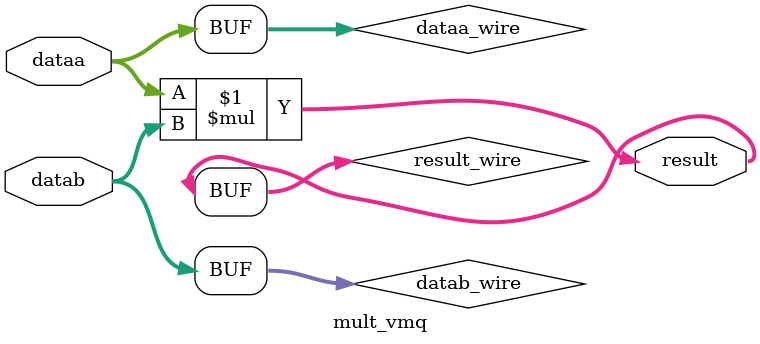
<source format=v>






//synthesis_resources = 
//synopsys translate_off
`timescale 1 ps / 1 ps
//synopsys translate_on
module  mult_vmq
	( 
	dataa,
	datab,
	result) /* synthesis synthesis_clearbox=1 */;
	input   [17:0]  dataa;
	input   [17:0]  datab;
	output   [35:0]  result;

	wire signed	[17:0]    dataa_wire;
	wire signed	[17:0]    datab_wire;
	wire signed	[35:0]    result_wire;



	assign dataa_wire = dataa;
	assign datab_wire = datab;
	assign result_wire = dataa_wire * datab_wire;
	assign result = ({result_wire[35:0]});

endmodule //mult_vmq
//VALID FILE

</source>
